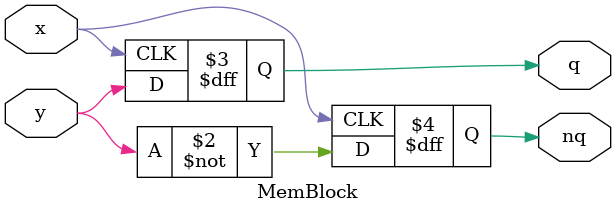
<source format=v>
module MemBlock(
  input x,
  input y,
  output q,
  output nq
);

  reg q;
  reg nq;

  always @(posedge x) begin
    q <= y;
    nq <= ~y;
  end

endmodule

</source>
